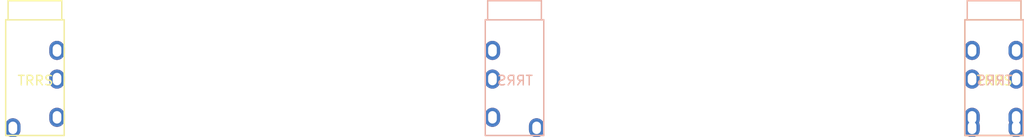
<source format=kicad_pcb>

            
(kicad_pcb (version 20221018) (generator pcbnew)

  (general
    (thickness 1.6)
  )

  (paper "A3")
  (title_block
    (title "pcb")
    (rev "v1.0.0")
    (company "Unknown")
  )

  (layers
    (0 "F.Cu" signal)
    (31 "B.Cu" signal)
    (32 "B.Adhes" user "B.Adhesive")
    (33 "F.Adhes" user "F.Adhesive")
    (34 "B.Paste" user)
    (35 "F.Paste" user)
    (36 "B.SilkS" user "B.Silkscreen")
    (37 "F.SilkS" user "F.Silkscreen")
    (38 "B.Mask" user)
    (39 "F.Mask" user)
    (40 "Dwgs.User" user "User.Drawings")
    (41 "Cmts.User" user "User.Comments")
    (42 "Eco1.User" user "User.Eco1")
    (43 "Eco2.User" user "User.Eco2")
    (44 "Edge.Cuts" user)
    (45 "Margin" user)
    (46 "B.CrtYd" user "B.Courtyard")
    (47 "F.CrtYd" user "F.Courtyard")
    (48 "B.Fab" user)
    (49 "F.Fab" user)
  )

  (setup
    (last_trace_width 0.25)
    (trace_clearance 0.2)
    (zone_clearance 0.508)
    (zone_45_only no)
    (trace_min 0.2)
    (via_size 0.8)
    (via_drill 0.4)
    (via_min_size 0.4)
    (via_min_drill 0.3)
    (uvia_size 0.3)
    (uvia_drill 0.1)
    (uvias_allowed no)
    (uvia_min_size 0.2)
    (uvia_min_drill 0.1)
    (edge_width 0.05)
    (segment_width 0.2)
    (pcb_text_width 0.3)
    (pcb_text_size 1.5 1.5)
    (mod_edge_width 0.12)
    (mod_text_size 1 1)
    (mod_text_width 0.15)
    (pad_size 1.524 1.524)
    (pad_drill 0.762)
    (pad_to_mask_clearance 0.05)
    (aux_axis_origin 0 0)
    (visible_elements FFFFFF7F)
    (pcbplotparams
      (layerselection 0x010fc_ffffffff)
      (disableapertmacros false)
      (usegerberextensions false)
      (usegerberattributes true)
      (usegerberadvancedattributes true)
      (creategerberjobfile true)
      (svguseinch false)
      (svgprecision 6)
      (excludeedgelayer true)
      (plotframeref false)
      (viasonmask false)
      (mode 1)
      (useauxorigin false)
      (hpglpennumber 1)
      (hpglpenspeed 20)
      (hpglpendiameter 15.000000)
      (dxfpolygonmode true)
      (dxfimperialunits true)
      (dxfusepcbnewfont true)
      (psnegative false)
      (psa4output false)
      (plotreference true)
      (plotvalue true)
      (plotinvisibletext false)
      (sketchpadsonfab false)
      (subtractmaskfromsilk false)
      (outputformat 1)
      (mirror false)
      (drillshape 1)
      (scaleselection 1)
      (outputdirectory ""))
  )

            (net 0 "")
(net 1 "A")
(net 2 "B")
(net 3 "C")
(net 4 "D")
            
  (net_class Default "This is the default net class."
    (clearance 0.2)
    (trace_width 0.25)
    (via_dia 0.8)
    (via_drill 0.4)
    (uvia_dia 0.3)
    (uvia_drill 0.1)
    (add_net "")
(add_net "A")
(add_net "B")
(add_net "C")
(add_net "D")
  )

            
  (net_class Power "This is the power net class."
    (clearance 0.2)
    (trace_width 0.5)
    (via_dia 0.8)
    (via_drill 0.4)
    (uvia_dia 0.3)
    (uvia_drill 0.1)
    
  )

            
            
            (module TRRS-PJ-320A-dual (layer F.Cu) (tedit 5970F8E5)

            (at 0 0 0)

            (attr through_hole)
            (fp_text reference "TRRS_F" (at -0.85 4.95 180) (layer "F.Fab")
            (effects (font (size 1 1) (thickness 0.15)) )
            )
            (fp_text value "AudioJack4" (at 0 14 90) (layer "F.Fab") hide
            (effects (font (size 1 1) (thickness 0.15)))
            )
            (fp_text user "TRRS" (at 0.054 6.35) (layer "F.SilkS")
            (effects (font (size 1 1) (thickness 0.15)) )
            )
            (fp_text user "Sleeve" (at 0.25 11.4 90) (layer "F.Fab") hide
            (effects (font (size 0.7 0.7) (thickness 0.1)))
            )
            (fp_text user "Tip" (at 0 10 90) (layer "F.Fab") hide
            (effects (font (size 0.7 0.7) (thickness 0.1)))
            )
            (fp_text user "R inner" (at 0 6.25 90) (layer "F.Fab") hide
            (effects (font (size 0.7 0.7) (thickness 0.1)))
            )
            (fp_text user "R outer" (at 0 3.25 90) (layer "F.Fab") hide
            (effects (font (size 0.7 0.7) (thickness 0.1)))
            )
            (fp_line (start 3.05 0) (end -3.05 0) (layer "F.SilkS") (width 0.15) )
            (fp_line (start -3.05 0) (end -3.05 12.1) (layer "F.SilkS") (width 0.15))
            (fp_line (start 2.8 0) (end 2.8 -2) (layer "F.SilkS") (width 0.15))
            (fp_line (start -2.8 0) (end -2.8 -2) (layer "F.SilkS") (width 0.15))
            (fp_line (start 3.05 12.1) (end -3.05 12.1) (layer "F.SilkS") (width 0.15))
            (fp_line (start 3.05 0) (end 3.05 12.1) (layer "F.SilkS") (width 0.15))
            (fp_line (start 2.8 -2) (end -2.8 -2) (layer "F.SilkS") (width 0.15))
            (pad "" np_thru_hole circle (at 0 1.6 270) (size 1.2 1.2) (drill 1.2) (layers *.Cu *.Mask))
            (pad "" np_thru_hole circle (at 0 8.6 270) (size 1.2 1.2) (drill 1.2) (layers *.Cu *.Mask))
        
            
        (model "${KICAD6_3RD_PARTY}/3dmodels/ergogen/PJ320A.STEP"
                (offset (xyz -0.25 -5.2 -12))
                (scale (xyz 1 1 1))
                (rotate (xyz 0 0 90))
            )
      
            
        (pad "R1" thru_hole oval (at 2.3 6.2 0) (size 1.6 2) (drill oval 0.9 1.3) (layers *.Cu *.Mask) (net 3 "C") (pintype "passive") )
        (pad "R2" thru_hole oval (at 2.3 3.2 0) (size 1.6 2) (drill oval 0.9 1.3) (layers *.Cu *.Mask) (net 4 "D") (pintype "passive") )
        (pad "S" thru_hole oval (at -2.3 11.3 0) (size 1.6 2) (drill oval 0.9 1.3) (layers *.Cu *.Mask) (net 1 "A") (pintype "passive") )
        (pad "T" thru_hole oval (at 2.3 10.2 0) (size 1.6 2) (drill oval 0.9 1.3) (layers *.Cu *.Mask) (net 2 "B") (pintype "passive") )
      )
        

            
            (module TRRS-PJ-320A-dual (layer B.Cu) (tedit 5970F8E5)

            (at 50 0 0)

            (attr through_hole)
            (fp_text reference "TRRS_B" (at -0.85 4.95 180) (layer "B.Fab")
            (effects (font (size 1 1) (thickness 0.15)) (justify mirror))
            )
            (fp_text value "AudioJack4" (at 0 14 90) (layer "B.Fab") hide
            (effects (font (size 1 1) (thickness 0.15)))
            )
            (fp_text user "TRRS" (at 0.054 6.35) (layer "B.SilkS")
            (effects (font (size 1 1) (thickness 0.15)) (justify mirror))
            )
            (fp_text user "Sleeve" (at 0.25 11.4 90) (layer "B.Fab") hide
            (effects (font (size 0.7 0.7) (thickness 0.1)))
            )
            (fp_text user "Tip" (at 0 10 90) (layer "B.Fab") hide
            (effects (font (size 0.7 0.7) (thickness 0.1)))
            )
            (fp_text user "R inner" (at 0 6.25 90) (layer "B.Fab") hide
            (effects (font (size 0.7 0.7) (thickness 0.1)))
            )
            (fp_text user "R outer" (at 0 3.25 90) (layer "B.Fab") hide
            (effects (font (size 0.7 0.7) (thickness 0.1)))
            )
            (fp_line (start 3.05 0) (end -3.05 0) (layer "B.SilkS") (width 0.15) )
            (fp_line (start -3.05 0) (end -3.05 12.1) (layer "B.SilkS") (width 0.15))
            (fp_line (start 2.8 0) (end 2.8 -2) (layer "B.SilkS") (width 0.15))
            (fp_line (start -2.8 0) (end -2.8 -2) (layer "B.SilkS") (width 0.15))
            (fp_line (start 3.05 12.1) (end -3.05 12.1) (layer "B.SilkS") (width 0.15))
            (fp_line (start 3.05 0) (end 3.05 12.1) (layer "B.SilkS") (width 0.15))
            (fp_line (start 2.8 -2) (end -2.8 -2) (layer "B.SilkS") (width 0.15))
            (pad "" np_thru_hole circle (at 0 1.6 270) (size 1.2 1.2) (drill 1.2) (layers *.Cu *.Mask))
            (pad "" np_thru_hole circle (at 0 8.6 270) (size 1.2 1.2) (drill 1.2) (layers *.Cu *.Mask))
        
            
        (pad "R1" thru_hole oval (at -2.3 6.2 0) (size 1.6 2) (drill oval 0.9 1.3) (layers *.Cu *.Mask) (net 3 "C") (pintype "passive") )
        (pad "R2" thru_hole oval (at -2.3 3.2 0) (size 1.6 2) (drill oval 0.9 1.3) (layers *.Cu *.Mask) (net 4 "D") (pintype "passive") )
        (pad "S" thru_hole oval (at 2.3 11.3 0) (size 1.6 2) (drill oval 0.9 1.3) (layers *.Cu *.Mask) (net 1 "A") (pintype "passive") )
        (pad "T" thru_hole oval (at -2.3 10.2 0) (size 1.6 2) (drill oval 0.9 1.3) (layers *.Cu *.Mask) (net 2 "B") (pintype "passive") )
      )
        

            
            (module TRRS-PJ-320A-dual (layer F.Cu) (tedit 5970F8E5)

            (at 100 0 0)

            (attr through_hole)
            (fp_text reference "TRRS_F" (at -0.85 4.95 180) (layer "F.Fab")
            (effects (font (size 1 1) (thickness 0.15)) )
            )
            (fp_text value "AudioJack4" (at 0 14 90) (layer "F.Fab") hide
            (effects (font (size 1 1) (thickness 0.15)))
            )
            (fp_text user "TRRS" (at 0.054 6.35) (layer "F.SilkS")
            (effects (font (size 1 1) (thickness 0.15)) )
            )
            (fp_text user "Sleeve" (at 0.25 11.4 90) (layer "F.Fab") hide
            (effects (font (size 0.7 0.7) (thickness 0.1)))
            )
            (fp_text user "Tip" (at 0 10 90) (layer "F.Fab") hide
            (effects (font (size 0.7 0.7) (thickness 0.1)))
            )
            (fp_text user "R inner" (at 0 6.25 90) (layer "F.Fab") hide
            (effects (font (size 0.7 0.7) (thickness 0.1)))
            )
            (fp_text user "R outer" (at 0 3.25 90) (layer "F.Fab") hide
            (effects (font (size 0.7 0.7) (thickness 0.1)))
            )
            (fp_line (start 3.05 0) (end -3.05 0) (layer "F.SilkS") (width 0.15) )
            (fp_line (start -3.05 0) (end -3.05 12.1) (layer "F.SilkS") (width 0.15))
            (fp_line (start 2.8 0) (end 2.8 -2) (layer "F.SilkS") (width 0.15))
            (fp_line (start -2.8 0) (end -2.8 -2) (layer "F.SilkS") (width 0.15))
            (fp_line (start 3.05 12.1) (end -3.05 12.1) (layer "F.SilkS") (width 0.15))
            (fp_line (start 3.05 0) (end 3.05 12.1) (layer "F.SilkS") (width 0.15))
            (fp_line (start 2.8 -2) (end -2.8 -2) (layer "F.SilkS") (width 0.15))
            (pad "" np_thru_hole circle (at 0 1.6 270) (size 1.2 1.2) (drill 1.2) (layers *.Cu *.Mask))
            (pad "" np_thru_hole circle (at 0 8.6 270) (size 1.2 1.2) (drill 1.2) (layers *.Cu *.Mask))
        
            
        (model "${KICAD6_3RD_PARTY}/3dmodels/ergogen/PJ320A.STEP"
                (offset (xyz -0.25 -5.2 -12))
                (scale (xyz 1 1 1))
                (rotate (xyz 0 0 90))
            )
      )
            
            (module TRRS-PJ-320A-dual (layer B.Cu) (tedit 5970F8E5)

            (at 100 0 0)

            (attr through_hole)
            (fp_text reference "TRRS_B" (at -0.85 4.95 180) (layer "B.Fab")
            (effects (font (size 1 1) (thickness 0.15)) (justify mirror))
            )
            (fp_text value "AudioJack4" (at 0 14 90) (layer "B.Fab") hide
            (effects (font (size 1 1) (thickness 0.15)))
            )
            (fp_text user "TRRS" (at 0.054 6.35) (layer "B.SilkS")
            (effects (font (size 1 1) (thickness 0.15)) (justify mirror))
            )
            (fp_text user "Sleeve" (at 0.25 11.4 90) (layer "B.Fab") hide
            (effects (font (size 0.7 0.7) (thickness 0.1)))
            )
            (fp_text user "Tip" (at 0 10 90) (layer "B.Fab") hide
            (effects (font (size 0.7 0.7) (thickness 0.1)))
            )
            (fp_text user "R inner" (at 0 6.25 90) (layer "B.Fab") hide
            (effects (font (size 0.7 0.7) (thickness 0.1)))
            )
            (fp_text user "R outer" (at 0 3.25 90) (layer "B.Fab") hide
            (effects (font (size 0.7 0.7) (thickness 0.1)))
            )
            (fp_line (start 3.05 0) (end -3.05 0) (layer "B.SilkS") (width 0.15) )
            (fp_line (start -3.05 0) (end -3.05 12.1) (layer "B.SilkS") (width 0.15))
            (fp_line (start 2.8 0) (end 2.8 -2) (layer "B.SilkS") (width 0.15))
            (fp_line (start -2.8 0) (end -2.8 -2) (layer "B.SilkS") (width 0.15))
            (fp_line (start 3.05 12.1) (end -3.05 12.1) (layer "B.SilkS") (width 0.15))
            (fp_line (start 3.05 0) (end 3.05 12.1) (layer "B.SilkS") (width 0.15))
            (fp_line (start 2.8 -2) (end -2.8 -2) (layer "B.SilkS") (width 0.15))
            (pad "" np_thru_hole circle (at 0 1.6 270) (size 1.2 1.2) (drill 1.2) (layers *.Cu *.Mask))
            (pad "" np_thru_hole circle (at 0 8.6 270) (size 1.2 1.2) (drill 1.2) (layers *.Cu *.Mask))
        
            
        (pad "R1" thru_hole oval (at -2.3 6.2 0) (size 1.6 2) (drill oval 0.9 1.3) (layers *.Cu *.Mask) (net 3 "C") (pintype "passive") )
        (pad "R2" thru_hole oval (at -2.3 3.2 0) (size 1.6 2) (drill oval 0.9 1.3) (layers *.Cu *.Mask) (net 4 "D") (pintype "passive") )
        (pad "S" thru_hole oval (at 2.3 11.3 0) (size 1.6 2) (drill oval 0.9 1.3) (layers *.Cu *.Mask) (net 1 "A") (pintype "passive") )
        (pad "T" thru_hole oval (at -2.3 10.2 0) (size 1.6 2) (drill oval 0.9 1.3) (layers *.Cu *.Mask) (net 2 "B") (pintype "passive") )
      
            
        (pad "R1" thru_hole oval (at 2.3 6.2 0) (size 1.6 2) (drill oval 0.9 1.3) (layers *.Cu *.Mask) (net 3 "C") (pintype "passive") )
        (pad "R2" thru_hole oval (at 2.3 3.2 0) (size 1.6 2) (drill oval 0.9 1.3) (layers *.Cu *.Mask) (net 4 "D") (pintype "passive") )
        (pad "S" thru_hole oval (at -2.3 11.3 0) (size 1.6 2) (drill oval 0.9 1.3) (layers *.Cu *.Mask) (net 1 "A") (pintype "passive") )
        (pad "T" thru_hole oval (at 2.3 10.2 0) (size 1.6 2) (drill oval 0.9 1.3) (layers *.Cu *.Mask) (net 2 "B") (pintype "passive") )
      )
        
            
            
)

        
</source>
